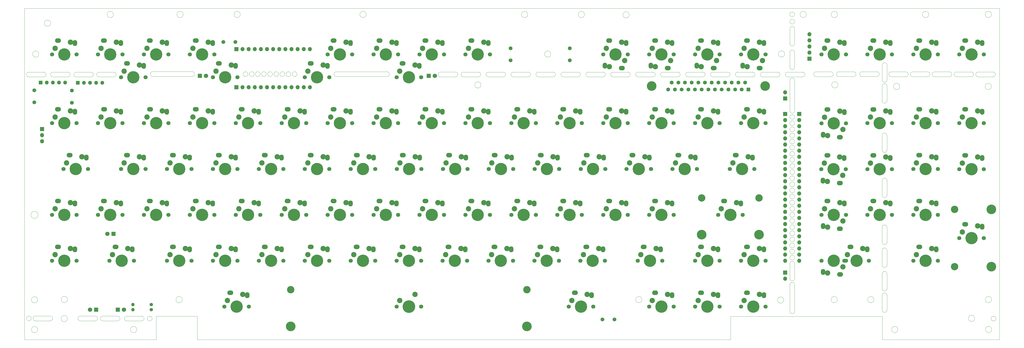
<source format=gbr>
G04 #@! TF.GenerationSoftware,KiCad,Pcbnew,7.0.6*
G04 #@! TF.CreationDate,2023-09-01T19:36:20-04:00*
G04 #@! TF.ProjectId,C128SX-mx,43313238-5358-42d6-9d78-2e6b69636164,1.0*
G04 #@! TF.SameCoordinates,Original*
G04 #@! TF.FileFunction,Soldermask,Top*
G04 #@! TF.FilePolarity,Negative*
%FSLAX46Y46*%
G04 Gerber Fmt 4.6, Leading zero omitted, Abs format (unit mm)*
G04 Created by KiCad (PCBNEW 7.0.6) date 2023-09-01 19:36:20*
%MOMM*%
%LPD*%
G01*
G04 APERTURE LIST*
%ADD10C,1.700000*%
%ADD11C,5.100000*%
%ADD12C,2.200000*%
%ADD13O,1.900000X2.450000*%
%ADD14O,2.450000X1.900000*%
%ADD15R,1.800000X1.800000*%
%ADD16C,1.800000*%
%ADD17C,3.050000*%
%ADD18C,4.000000*%
%ADD19C,5.250000*%
%ADD20C,1.400000*%
%ADD21O,1.400000X1.400000*%
%ADD22R,1.700000X1.700000*%
%ADD23O,1.700000X1.700000*%
%ADD24R,1.600000X1.600000*%
%ADD25O,1.600000X1.600000*%
%ADD26C,1.600000*%
G04 #@! TA.AperFunction,Profile*
%ADD27C,0.050000*%
G04 #@! TD*
G04 APERTURE END LIST*
D10*
X29530000Y-98230000D03*
D11*
X34610000Y-98230000D03*
D10*
X39690000Y-98230000D03*
D12*
X37150000Y-93150000D03*
D13*
X39010000Y-93530000D03*
D12*
X30800000Y-95690000D03*
D14*
X32010000Y-92480000D03*
D10*
X29530000Y-117280000D03*
D11*
X34610000Y-117280000D03*
D10*
X39690000Y-117280000D03*
D12*
X37150000Y-112200000D03*
D13*
X39010000Y-112580000D03*
D12*
X30800000Y-114740000D03*
D14*
X32010000Y-111530000D03*
D10*
X34292500Y-79180000D03*
D11*
X39372500Y-79180000D03*
D10*
X44452500Y-79180000D03*
D12*
X41912500Y-74100000D03*
D13*
X43772500Y-74480000D03*
D12*
X35562500Y-76640000D03*
D14*
X36772500Y-73430000D03*
D15*
X47823000Y-137600000D03*
D16*
X45283000Y-137600000D03*
D10*
X53342500Y-117280000D03*
D11*
X58422500Y-117280000D03*
D10*
X63502500Y-117280000D03*
D12*
X60962500Y-112200000D03*
D13*
X62822500Y-112580000D03*
D12*
X54612500Y-114740000D03*
D14*
X55822500Y-111530000D03*
D10*
X277141900Y-60130000D03*
D11*
X282221900Y-60130000D03*
D10*
X287301900Y-60130000D03*
D12*
X284761900Y-55050000D03*
D13*
X286621900Y-55430000D03*
D12*
X278411900Y-57590000D03*
D14*
X279621900Y-54380000D03*
D17*
X298935000Y-91230000D03*
D18*
X298935000Y-106470000D03*
D10*
X305755000Y-98230000D03*
D11*
X310835000Y-98230000D03*
D10*
X315915000Y-98230000D03*
D17*
X322735000Y-91230000D03*
D18*
X322735000Y-106470000D03*
D12*
X313375000Y-93150000D03*
D13*
X315235000Y-93530000D03*
D12*
X307025000Y-95690000D03*
D14*
X308235000Y-92480000D03*
D10*
X181930000Y-60130000D03*
D11*
X187010000Y-60130000D03*
D10*
X192090000Y-60130000D03*
D12*
X189550000Y-55050000D03*
D13*
X191410000Y-55430000D03*
D12*
X183200000Y-57590000D03*
D14*
X184410000Y-54380000D03*
D10*
X162880000Y-60130000D03*
D11*
X167960000Y-60130000D03*
D10*
X173040000Y-60130000D03*
D12*
X170500000Y-55050000D03*
D13*
X172360000Y-55430000D03*
D12*
X164150000Y-57590000D03*
D14*
X165360000Y-54380000D03*
D10*
X200980000Y-60130000D03*
D11*
X206060000Y-60130000D03*
D10*
X211140000Y-60130000D03*
D12*
X208600000Y-55050000D03*
D13*
X210460000Y-55430000D03*
D12*
X202250000Y-57590000D03*
D14*
X203460000Y-54380000D03*
D10*
X124792700Y-60130000D03*
D11*
X129872700Y-60130000D03*
D10*
X134952700Y-60130000D03*
D12*
X132412700Y-55050000D03*
D13*
X134272700Y-55430000D03*
D12*
X126062700Y-57590000D03*
D14*
X127272700Y-54380000D03*
D10*
X86680000Y-60130000D03*
D11*
X91760000Y-60130000D03*
D10*
X96840000Y-60130000D03*
D12*
X94300000Y-55050000D03*
D13*
X96160000Y-55430000D03*
D12*
X87950000Y-57590000D03*
D14*
X89160000Y-54380000D03*
D10*
X58105000Y-79180000D03*
D11*
X63185000Y-79180000D03*
D10*
X68265000Y-79180000D03*
D12*
X65725000Y-74100000D03*
D13*
X67585000Y-74480000D03*
D12*
X59375000Y-76640000D03*
D14*
X60585000Y-73430000D03*
D10*
X105730000Y-60130000D03*
D11*
X110810000Y-60130000D03*
D10*
X115890000Y-60130000D03*
D12*
X113350000Y-55050000D03*
D13*
X115210000Y-55430000D03*
D12*
X107000000Y-57590000D03*
D14*
X108210000Y-54380000D03*
D10*
X220030000Y-60130000D03*
D11*
X225110000Y-60130000D03*
D10*
X230190000Y-60130000D03*
D12*
X227650000Y-55050000D03*
D13*
X229510000Y-55430000D03*
D12*
X221300000Y-57590000D03*
D14*
X222510000Y-54380000D03*
D10*
X48605400Y-60130000D03*
D11*
X53685400Y-60130000D03*
D10*
X58765400Y-60130000D03*
D12*
X56225400Y-55050000D03*
D13*
X58085400Y-55430000D03*
D12*
X49875400Y-57590000D03*
D14*
X51085400Y-54380000D03*
D10*
X296230000Y-117280000D03*
D11*
X301310000Y-117280000D03*
D10*
X306390000Y-117280000D03*
D12*
X303850000Y-112200000D03*
D13*
X305710000Y-112580000D03*
D12*
X297500000Y-114740000D03*
D14*
X298710000Y-111530000D03*
D10*
X67655400Y-60130000D03*
D11*
X72735400Y-60130000D03*
D10*
X77815400Y-60130000D03*
D12*
X75275400Y-55050000D03*
D13*
X77135400Y-55430000D03*
D12*
X68925400Y-57590000D03*
D14*
X70135400Y-54380000D03*
D10*
X191455000Y-117280000D03*
D11*
X196535000Y-117280000D03*
D10*
X201615000Y-117280000D03*
D12*
X199075000Y-112200000D03*
D13*
X200935000Y-112580000D03*
D12*
X192725000Y-114740000D03*
D14*
X193935000Y-111530000D03*
D10*
X77155000Y-79180000D03*
D11*
X82235000Y-79180000D03*
D10*
X87315000Y-79180000D03*
D12*
X84775000Y-74100000D03*
D13*
X86635000Y-74480000D03*
D12*
X78425000Y-76640000D03*
D14*
X79635000Y-73430000D03*
D10*
X124780000Y-98230000D03*
D11*
X129860000Y-98230000D03*
D10*
X134940000Y-98230000D03*
D12*
X132400000Y-93150000D03*
D13*
X134260000Y-93530000D03*
D12*
X126050000Y-95690000D03*
D14*
X127260000Y-92480000D03*
D10*
X134305000Y-79180000D03*
D11*
X139385000Y-79180000D03*
D10*
X144465000Y-79180000D03*
D12*
X141925000Y-74100000D03*
D13*
X143785000Y-74480000D03*
D12*
X135575000Y-76640000D03*
D14*
X136785000Y-73430000D03*
D10*
X143830000Y-98230000D03*
D11*
X148910000Y-98230000D03*
D10*
X153990000Y-98230000D03*
D12*
X151450000Y-93150000D03*
D13*
X153310000Y-93530000D03*
D12*
X145100000Y-95690000D03*
D14*
X146310000Y-92480000D03*
D10*
X277141900Y-98230000D03*
D11*
X282221900Y-98230000D03*
D10*
X287301900Y-98230000D03*
D12*
X284761900Y-93150000D03*
D13*
X286621900Y-93530000D03*
D12*
X278411900Y-95690000D03*
D14*
X279621900Y-92480000D03*
D10*
X296230000Y-60130000D03*
D11*
X301310000Y-60130000D03*
D10*
X306390000Y-60130000D03*
D12*
X303850000Y-55050000D03*
D13*
X305710000Y-55430000D03*
D12*
X297500000Y-57590000D03*
D14*
X298710000Y-54380000D03*
D10*
X210505000Y-117280000D03*
D11*
X215585000Y-117280000D03*
D10*
X220665000Y-117280000D03*
D12*
X218125000Y-112200000D03*
D13*
X219985000Y-112580000D03*
D12*
X211775000Y-114740000D03*
D14*
X212985000Y-111530000D03*
D10*
X162867300Y-98230000D03*
D11*
X167947300Y-98230000D03*
D10*
X173027300Y-98230000D03*
D12*
X170487300Y-93150000D03*
D13*
X172347300Y-93530000D03*
D12*
X164137300Y-95690000D03*
D14*
X165347300Y-92480000D03*
D10*
X239080000Y-98230000D03*
D11*
X244160000Y-98230000D03*
D10*
X249240000Y-98230000D03*
D12*
X246700000Y-93150000D03*
D13*
X248560000Y-93530000D03*
D12*
X240350000Y-95690000D03*
D14*
X241560000Y-92480000D03*
D10*
X248782800Y-79180000D03*
D11*
X253862800Y-79180000D03*
D10*
X258942800Y-79180000D03*
D12*
X256402800Y-74100000D03*
D13*
X258262800Y-74480000D03*
D12*
X250052800Y-76640000D03*
D14*
X251262800Y-73430000D03*
D10*
X77155000Y-117280000D03*
D11*
X82235000Y-117280000D03*
D10*
X87315000Y-117280000D03*
D12*
X84775000Y-112200000D03*
D13*
X86635000Y-112580000D03*
D12*
X78425000Y-114740000D03*
D14*
X79635000Y-111530000D03*
D10*
X58105000Y-41080000D03*
D11*
X63185000Y-41080000D03*
D10*
X68265000Y-41080000D03*
D12*
X65725000Y-36000000D03*
D13*
X67585000Y-36380000D03*
D12*
X59375000Y-38540000D03*
D14*
X60585000Y-35330000D03*
D10*
X172405000Y-41080000D03*
D11*
X177485000Y-41080000D03*
D10*
X182565000Y-41080000D03*
D12*
X180025000Y-36000000D03*
D13*
X181885000Y-36380000D03*
D12*
X173675000Y-38540000D03*
D14*
X174885000Y-35330000D03*
D10*
X134305000Y-41080000D03*
D11*
X139385000Y-41080000D03*
D10*
X144465000Y-41080000D03*
D12*
X141925000Y-36000000D03*
D13*
X143785000Y-36380000D03*
D12*
X135575000Y-38540000D03*
D14*
X136785000Y-35330000D03*
D10*
X96205000Y-41080000D03*
D11*
X101285000Y-41080000D03*
D10*
X106365000Y-41080000D03*
D12*
X103825000Y-36000000D03*
D13*
X105685000Y-36380000D03*
D12*
X97475000Y-38540000D03*
D14*
X98685000Y-35330000D03*
D10*
X258130000Y-98230000D03*
D11*
X263210000Y-98230000D03*
D10*
X268290000Y-98230000D03*
D12*
X265750000Y-93150000D03*
D13*
X267610000Y-93530000D03*
D12*
X259400000Y-95690000D03*
D14*
X260610000Y-92480000D03*
D10*
X315280000Y-60130000D03*
D11*
X320360000Y-60130000D03*
D10*
X325440000Y-60130000D03*
D12*
X322900000Y-55050000D03*
D13*
X324760000Y-55430000D03*
D12*
X316550000Y-57590000D03*
D14*
X317760000Y-54380000D03*
D10*
X143830000Y-60130000D03*
D11*
X148910000Y-60130000D03*
D10*
X153990000Y-60130000D03*
D12*
X151450000Y-55050000D03*
D13*
X153310000Y-55430000D03*
D12*
X145100000Y-57590000D03*
D14*
X146310000Y-54380000D03*
D10*
X191683600Y-79180000D03*
D11*
X196763600Y-79180000D03*
D10*
X201843600Y-79180000D03*
D12*
X199303600Y-74100000D03*
D13*
X201163600Y-74480000D03*
D12*
X192953600Y-76640000D03*
D14*
X194163600Y-73430000D03*
D10*
X105730000Y-98230000D03*
D11*
X110810000Y-98230000D03*
D10*
X115890000Y-98230000D03*
D12*
X113350000Y-93150000D03*
D13*
X115210000Y-93530000D03*
D12*
X107000000Y-95690000D03*
D14*
X108210000Y-92480000D03*
D10*
X229720100Y-79180000D03*
D11*
X234800100Y-79180000D03*
D10*
X239880100Y-79180000D03*
D12*
X237340100Y-74100000D03*
D13*
X239200100Y-74480000D03*
D12*
X230990100Y-76640000D03*
D14*
X232200100Y-73430000D03*
D10*
X220030000Y-98230000D03*
D11*
X225110000Y-98230000D03*
D10*
X230190000Y-98230000D03*
D12*
X227650000Y-93150000D03*
D13*
X229510000Y-93530000D03*
D12*
X221300000Y-95690000D03*
D14*
X222510000Y-92480000D03*
D10*
X153418500Y-79180000D03*
D11*
X158498500Y-79180000D03*
D10*
X163578500Y-79180000D03*
D12*
X161038500Y-74100000D03*
D13*
X162898500Y-74480000D03*
D12*
X154688500Y-76640000D03*
D14*
X155898500Y-73430000D03*
D10*
X210644700Y-79180000D03*
D11*
X215724700Y-79180000D03*
D10*
X220804700Y-79180000D03*
D12*
X218264700Y-74100000D03*
D13*
X220124700Y-74480000D03*
D12*
X211914700Y-76640000D03*
D14*
X213124700Y-73430000D03*
D10*
X258117300Y-60130000D03*
D11*
X263197300Y-60130000D03*
D10*
X268277300Y-60130000D03*
D12*
X265737300Y-55050000D03*
D13*
X267597300Y-55430000D03*
D12*
X259387300Y-57590000D03*
D14*
X260597300Y-54380000D03*
D10*
X172493900Y-79180000D03*
D11*
X177573900Y-79180000D03*
D10*
X182653900Y-79180000D03*
D12*
X180113900Y-74100000D03*
D13*
X181973900Y-74480000D03*
D12*
X173763900Y-76640000D03*
D14*
X174973900Y-73430000D03*
D10*
X67630000Y-98230000D03*
D11*
X72710000Y-98230000D03*
D10*
X77790000Y-98230000D03*
D12*
X75250000Y-93150000D03*
D13*
X77110000Y-93530000D03*
D12*
X68900000Y-95690000D03*
D14*
X70110000Y-92480000D03*
D10*
X115255000Y-79180000D03*
D11*
X120335000Y-79180000D03*
D10*
X125415000Y-79180000D03*
D12*
X122875000Y-74100000D03*
D13*
X124735000Y-74480000D03*
D12*
X116525000Y-76640000D03*
D14*
X117735000Y-73430000D03*
D10*
X96205000Y-79180000D03*
D11*
X101285000Y-79180000D03*
D10*
X106365000Y-79180000D03*
D12*
X103825000Y-74100000D03*
D13*
X105685000Y-74480000D03*
D12*
X97475000Y-76640000D03*
D14*
X98685000Y-73430000D03*
D10*
X200967300Y-98230000D03*
D11*
X206047300Y-98230000D03*
D10*
X211127300Y-98230000D03*
D12*
X208587300Y-93150000D03*
D13*
X210447300Y-93530000D03*
D12*
X202237300Y-95690000D03*
D14*
X203447300Y-92480000D03*
D10*
X181917300Y-98230000D03*
D11*
X186997300Y-98230000D03*
D10*
X192077300Y-98230000D03*
D12*
X189537300Y-93150000D03*
D13*
X191397300Y-93530000D03*
D12*
X183187300Y-95690000D03*
D14*
X184397300Y-92480000D03*
D10*
X239080000Y-60130000D03*
D11*
X244160000Y-60130000D03*
D10*
X249240000Y-60130000D03*
D12*
X246700000Y-55050000D03*
D13*
X248560000Y-55430000D03*
D12*
X240350000Y-57590000D03*
D14*
X241560000Y-54380000D03*
D10*
X115255000Y-117280000D03*
D11*
X120335000Y-117280000D03*
D10*
X125415000Y-117280000D03*
D12*
X122875000Y-112200000D03*
D13*
X124735000Y-112580000D03*
D12*
X116525000Y-114740000D03*
D14*
X117735000Y-111530000D03*
D10*
X96205000Y-117280000D03*
D11*
X101285000Y-117280000D03*
D10*
X106365000Y-117280000D03*
D12*
X103825000Y-112200000D03*
D13*
X105685000Y-112580000D03*
D12*
X97475000Y-114740000D03*
D14*
X98685000Y-111530000D03*
D10*
X229555000Y-117280000D03*
D11*
X234635000Y-117280000D03*
D10*
X239715000Y-117280000D03*
D12*
X237175000Y-112200000D03*
D13*
X239035000Y-112580000D03*
D12*
X230825000Y-114740000D03*
D14*
X232035000Y-111530000D03*
D10*
X172405000Y-117280000D03*
D11*
X177485000Y-117280000D03*
D10*
X182565000Y-117280000D03*
D12*
X180025000Y-112200000D03*
D13*
X181885000Y-112580000D03*
D12*
X173675000Y-114740000D03*
D14*
X174885000Y-111530000D03*
D10*
X86680000Y-98230000D03*
D11*
X91760000Y-98230000D03*
D10*
X96840000Y-98230000D03*
D12*
X94300000Y-93150000D03*
D13*
X96160000Y-93530000D03*
D12*
X87950000Y-95690000D03*
D14*
X89160000Y-92480000D03*
D10*
X248605000Y-117280000D03*
D11*
X253685000Y-117280000D03*
D10*
X258765000Y-117280000D03*
D12*
X256225000Y-112200000D03*
D13*
X258085000Y-112580000D03*
D12*
X249875000Y-114740000D03*
D14*
X251085000Y-111530000D03*
D10*
X134305000Y-117280000D03*
D11*
X139385000Y-117280000D03*
D10*
X144465000Y-117280000D03*
D12*
X141925000Y-112200000D03*
D13*
X143785000Y-112580000D03*
D12*
X135575000Y-114740000D03*
D14*
X136785000Y-111530000D03*
D10*
X153355000Y-117280000D03*
D11*
X158435000Y-117280000D03*
D10*
X163515000Y-117280000D03*
D12*
X160975000Y-112200000D03*
D13*
X162835000Y-112580000D03*
D12*
X154625000Y-114740000D03*
D14*
X155835000Y-111530000D03*
D10*
X267743900Y-79180000D03*
D11*
X272823900Y-79180000D03*
D10*
X277903900Y-79180000D03*
D12*
X275363900Y-74100000D03*
D13*
X277223900Y-74480000D03*
D12*
X269013900Y-76640000D03*
D14*
X270223900Y-73430000D03*
D10*
X296242700Y-136330000D03*
D11*
X301322700Y-136330000D03*
D10*
X306402700Y-136330000D03*
D12*
X303862700Y-131250000D03*
D13*
X305722700Y-131630000D03*
D12*
X297512700Y-133790000D03*
D14*
X298722700Y-130580000D03*
D10*
X315241900Y-136330000D03*
D11*
X320321900Y-136330000D03*
D10*
X325401900Y-136330000D03*
D12*
X322861900Y-131250000D03*
D13*
X324721900Y-131630000D03*
D12*
X316511900Y-133790000D03*
D14*
X317721900Y-130580000D03*
D10*
X272417500Y-117280000D03*
D11*
X277497500Y-117280000D03*
D10*
X282577500Y-117280000D03*
D12*
X280037500Y-112200000D03*
D13*
X281897500Y-112580000D03*
D12*
X273687500Y-114740000D03*
D14*
X274897500Y-111530000D03*
D10*
X277180000Y-136330000D03*
D11*
X282260000Y-136330000D03*
D10*
X287340000Y-136330000D03*
D12*
X284800000Y-131250000D03*
D13*
X286660000Y-131630000D03*
D12*
X278450000Y-133790000D03*
D14*
X279660000Y-130580000D03*
D15*
X56775000Y-137625000D03*
D16*
X59315000Y-137625000D03*
D17*
X128485000Y-129330000D03*
D18*
X128485000Y-144570000D03*
D10*
X172405000Y-136330000D03*
D19*
X177485000Y-136330000D03*
D10*
X182565000Y-136330000D03*
D17*
X226485000Y-129330000D03*
D18*
X226485000Y-144570000D03*
D12*
X180025000Y-131250000D03*
X173675000Y-133790000D03*
D10*
X348617500Y-60223300D03*
D11*
X353697500Y-60223300D03*
D10*
X358777500Y-60223300D03*
D12*
X356237500Y-55143300D03*
D13*
X358097500Y-55523300D03*
D12*
X349887500Y-57683300D03*
D14*
X351097500Y-54473300D03*
D10*
X181930000Y-31555000D03*
D11*
X187010000Y-31555000D03*
D10*
X192090000Y-31555000D03*
D12*
X189550000Y-26475000D03*
D13*
X191410000Y-26855000D03*
D12*
X183200000Y-29015000D03*
D14*
X184410000Y-25805000D03*
D10*
X48580000Y-98230000D03*
D11*
X53660000Y-98230000D03*
D10*
X58740000Y-98230000D03*
D12*
X56200000Y-93150000D03*
D13*
X58060000Y-93530000D03*
D12*
X49850000Y-95690000D03*
D14*
X51060000Y-92480000D03*
D10*
X358777500Y-98200000D03*
D11*
X353697500Y-98200000D03*
D10*
X348617500Y-98200000D03*
D12*
X351157500Y-103280000D03*
D13*
X349297500Y-102900000D03*
D12*
X357507500Y-100740000D03*
D14*
X356297500Y-103950000D03*
D10*
X268290000Y-31555000D03*
D11*
X263210000Y-31555000D03*
D10*
X258130000Y-31555000D03*
D12*
X260670000Y-36635000D03*
D13*
X258810000Y-36255000D03*
D12*
X267020000Y-34095000D03*
D14*
X265810000Y-37305000D03*
D10*
X29530000Y-60130000D03*
D11*
X34610000Y-60130000D03*
D10*
X39690000Y-60130000D03*
D12*
X37150000Y-55050000D03*
D13*
X39010000Y-55430000D03*
D12*
X30800000Y-57590000D03*
D14*
X32010000Y-54380000D03*
D10*
X367667500Y-60170000D03*
D11*
X372747500Y-60170000D03*
D10*
X377827500Y-60170000D03*
D12*
X375287500Y-55090000D03*
D13*
X377147500Y-55470000D03*
D12*
X368937500Y-57630000D03*
D14*
X370147500Y-54420000D03*
D10*
X86680000Y-31555000D03*
D11*
X91760000Y-31555000D03*
D10*
X96840000Y-31555000D03*
D12*
X94300000Y-26475000D03*
D13*
X96160000Y-26855000D03*
D12*
X87950000Y-29015000D03*
D14*
X89160000Y-25805000D03*
D15*
X54975000Y-106100000D03*
D16*
X52435000Y-106100000D03*
D10*
X306390000Y-31555000D03*
D11*
X301310000Y-31555000D03*
D10*
X296230000Y-31555000D03*
D12*
X298770000Y-36635000D03*
D13*
X296910000Y-36255000D03*
D12*
X305120000Y-34095000D03*
D14*
X303910000Y-37305000D03*
D15*
X185775000Y-40500000D03*
D16*
X188315000Y-40500000D03*
D10*
X348617500Y-98200000D03*
D11*
X353697500Y-98200000D03*
D10*
X358777500Y-98200000D03*
D12*
X356237500Y-93120000D03*
D13*
X358097500Y-93500000D03*
D12*
X349887500Y-95660000D03*
D14*
X351097500Y-92450000D03*
D10*
X358750500Y-79273300D03*
D11*
X353670500Y-79273300D03*
D10*
X348590500Y-79273300D03*
D12*
X351130500Y-84353300D03*
D13*
X349270500Y-83973300D03*
D12*
X357480500Y-81813300D03*
D14*
X356270500Y-85023300D03*
D10*
X287340000Y-31555000D03*
D11*
X282260000Y-31555000D03*
D10*
X277180000Y-31555000D03*
D12*
X279720000Y-36635000D03*
D13*
X277860000Y-36255000D03*
D12*
X286070000Y-34095000D03*
D14*
X284860000Y-37305000D03*
D10*
X367667500Y-98200000D03*
D11*
X372747500Y-98200000D03*
D10*
X377827500Y-98200000D03*
D12*
X375287500Y-93120000D03*
D13*
X377147500Y-93500000D03*
D12*
X368937500Y-95660000D03*
D14*
X370147500Y-92450000D03*
D10*
X143830000Y-31555000D03*
D11*
X148910000Y-31555000D03*
D10*
X153990000Y-31555000D03*
D12*
X151450000Y-26475000D03*
D13*
X153310000Y-26855000D03*
D12*
X145100000Y-29015000D03*
D14*
X146310000Y-25805000D03*
D10*
X386717500Y-60130000D03*
D11*
X391797500Y-60130000D03*
D10*
X396877500Y-60130000D03*
D12*
X394337500Y-55050000D03*
D13*
X396197500Y-55430000D03*
D12*
X387987500Y-57590000D03*
D14*
X389197500Y-54380000D03*
D10*
X405767500Y-31555000D03*
D11*
X410847500Y-31555000D03*
D10*
X415927500Y-31555000D03*
D12*
X413387500Y-26475000D03*
D13*
X415247500Y-26855000D03*
D12*
X407037500Y-29015000D03*
D14*
X408247500Y-25805000D03*
D10*
X100967500Y-136330000D03*
D11*
X106047500Y-136330000D03*
D10*
X111127500Y-136330000D03*
D12*
X108587500Y-131250000D03*
D13*
X110447500Y-131630000D03*
D12*
X102237500Y-133790000D03*
D14*
X103447500Y-130580000D03*
D10*
X315280000Y-31555000D03*
D11*
X320360000Y-31555000D03*
D10*
X325440000Y-31555000D03*
D12*
X322900000Y-26475000D03*
D13*
X324760000Y-26855000D03*
D12*
X316550000Y-29015000D03*
D14*
X317760000Y-25805000D03*
D10*
X315280000Y-117280000D03*
D11*
X320360000Y-117280000D03*
D10*
X325440000Y-117280000D03*
D12*
X322900000Y-112200000D03*
D13*
X324760000Y-112580000D03*
D12*
X316550000Y-114740000D03*
D14*
X317760000Y-111530000D03*
D10*
X386717500Y-117270000D03*
D11*
X391797500Y-117270000D03*
D10*
X396877500Y-117270000D03*
D12*
X394337500Y-112190000D03*
D13*
X396197500Y-112570000D03*
D12*
X387987500Y-114730000D03*
D14*
X389197500Y-111520000D03*
D10*
X286793900Y-79180000D03*
D11*
X291873900Y-79180000D03*
D10*
X296953900Y-79180000D03*
D12*
X294413900Y-74100000D03*
D13*
X296273900Y-74480000D03*
D12*
X288063900Y-76640000D03*
D14*
X289273900Y-73430000D03*
D10*
X162880000Y-31555000D03*
D11*
X167960000Y-31555000D03*
D10*
X173040000Y-31555000D03*
D12*
X170500000Y-26475000D03*
D13*
X172360000Y-26855000D03*
D12*
X164150000Y-29015000D03*
D14*
X165360000Y-25805000D03*
D10*
X296230000Y-31555000D03*
D11*
X301310000Y-31555000D03*
D10*
X306390000Y-31555000D03*
D12*
X303850000Y-26475000D03*
D13*
X305710000Y-26855000D03*
D12*
X297500000Y-29015000D03*
D14*
X298710000Y-25805000D03*
D10*
X310581000Y-79180000D03*
D11*
X315661000Y-79180000D03*
D10*
X320741000Y-79180000D03*
D12*
X318201000Y-74100000D03*
D13*
X320061000Y-74480000D03*
D12*
X311851000Y-76640000D03*
D14*
X313061000Y-73430000D03*
D10*
X277180000Y-31555000D03*
D11*
X282260000Y-31555000D03*
D10*
X287340000Y-31555000D03*
D12*
X284800000Y-26475000D03*
D13*
X286660000Y-26855000D03*
D12*
X278450000Y-29015000D03*
D14*
X279660000Y-25805000D03*
D10*
X386717500Y-79180000D03*
D11*
X391797500Y-79180000D03*
D10*
X396877500Y-79180000D03*
D12*
X394337500Y-74100000D03*
D13*
X396197500Y-74480000D03*
D12*
X387987500Y-76640000D03*
D14*
X389197500Y-73430000D03*
D10*
X258130000Y-31555000D03*
D11*
X263210000Y-31555000D03*
D10*
X268290000Y-31555000D03*
D12*
X265750000Y-26475000D03*
D13*
X267610000Y-26855000D03*
D12*
X259400000Y-29015000D03*
D14*
X260610000Y-25805000D03*
D10*
X348617500Y-31555000D03*
D11*
X353697500Y-31555000D03*
D10*
X358777500Y-31555000D03*
D12*
X356237500Y-26475000D03*
D13*
X358097500Y-26855000D03*
D12*
X349887500Y-29015000D03*
D14*
X351097500Y-25805000D03*
D10*
X48580000Y-31555000D03*
D11*
X53660000Y-31555000D03*
D10*
X58740000Y-31555000D03*
D12*
X56200000Y-26475000D03*
D13*
X58060000Y-26855000D03*
D12*
X49850000Y-29015000D03*
D14*
X51060000Y-25805000D03*
D10*
X348590500Y-79273300D03*
D11*
X353670500Y-79273300D03*
D10*
X358750500Y-79273300D03*
D12*
X356210500Y-74193300D03*
D13*
X358070500Y-74573300D03*
D12*
X349860500Y-76733300D03*
D14*
X351070500Y-73523300D03*
D10*
X367667500Y-31555000D03*
D11*
X372747500Y-31555000D03*
D10*
X377827500Y-31555000D03*
D12*
X375287500Y-26475000D03*
D13*
X377147500Y-26855000D03*
D12*
X368937500Y-29015000D03*
D14*
X370147500Y-25805000D03*
D10*
X325440000Y-31555000D03*
D11*
X320360000Y-31555000D03*
D10*
X315280000Y-31555000D03*
D12*
X317820000Y-36635000D03*
D13*
X315960000Y-36255000D03*
D12*
X324170000Y-34095000D03*
D14*
X322960000Y-37305000D03*
D10*
X358779900Y-117244200D03*
D11*
X353699900Y-117244200D03*
D10*
X348619900Y-117244200D03*
D12*
X351159900Y-122324200D03*
D13*
X349299900Y-121944200D03*
D12*
X357509900Y-119784200D03*
D14*
X356299900Y-122994200D03*
D10*
X367667500Y-79273300D03*
D11*
X372747500Y-79273300D03*
D10*
X377827500Y-79273300D03*
D12*
X375287500Y-74193300D03*
D13*
X377147500Y-74573300D03*
D12*
X368937500Y-76733300D03*
D14*
X370147500Y-73523300D03*
D10*
X29530000Y-31555000D03*
D11*
X34610000Y-31555000D03*
D10*
X39690000Y-31555000D03*
D12*
X37150000Y-26475000D03*
D13*
X39010000Y-26855000D03*
D12*
X30800000Y-29015000D03*
D14*
X32010000Y-25805000D03*
D10*
X386717500Y-98210000D03*
D11*
X391797500Y-98210000D03*
D10*
X396877500Y-98210000D03*
D12*
X394337500Y-93130000D03*
D13*
X396197500Y-93510000D03*
D12*
X387987500Y-95670000D03*
D14*
X389197500Y-92460000D03*
D10*
X67630000Y-31555000D03*
D11*
X72710000Y-31555000D03*
D10*
X77790000Y-31555000D03*
D12*
X75250000Y-26475000D03*
D13*
X77110000Y-26855000D03*
D12*
X68900000Y-29015000D03*
D14*
X70110000Y-25805000D03*
D10*
X358142500Y-117244900D03*
D11*
X363222500Y-117244900D03*
D10*
X368302500Y-117244900D03*
D12*
X365762500Y-112164900D03*
D13*
X367622500Y-112544900D03*
D12*
X359412500Y-114704900D03*
D14*
X360622500Y-111494900D03*
D10*
X200980000Y-31555000D03*
D11*
X206060000Y-31555000D03*
D10*
X211140000Y-31555000D03*
D12*
X208600000Y-26475000D03*
D13*
X210460000Y-26855000D03*
D12*
X202250000Y-29015000D03*
D14*
X203460000Y-25805000D03*
D10*
X358777500Y-60223300D03*
D11*
X353697500Y-60223300D03*
D10*
X348617500Y-60223300D03*
D12*
X351157500Y-65303300D03*
D13*
X349297500Y-64923300D03*
D12*
X357507500Y-62763300D03*
D14*
X356297500Y-65973300D03*
D10*
X243842500Y-136330000D03*
D11*
X248922500Y-136330000D03*
D10*
X254002500Y-136330000D03*
D12*
X251462500Y-131250000D03*
D13*
X253322500Y-131630000D03*
D12*
X245112500Y-133790000D03*
D14*
X246322500Y-130580000D03*
D17*
X403847500Y-95948300D03*
X403847500Y-119748300D03*
D10*
X405767500Y-107848300D03*
D11*
X410847500Y-107848300D03*
D10*
X415927500Y-107848300D03*
D18*
X419087500Y-95948300D03*
X419087500Y-119748300D03*
D12*
X413387500Y-102768300D03*
D13*
X415247500Y-103148300D03*
D12*
X407037500Y-105308300D03*
D14*
X408247500Y-102098300D03*
D10*
X405767500Y-60130000D03*
D11*
X410847500Y-60130000D03*
D10*
X415927500Y-60130000D03*
D12*
X413387500Y-55050000D03*
D13*
X415247500Y-55430000D03*
D12*
X407037500Y-57590000D03*
D14*
X408247500Y-54380000D03*
D15*
X90810000Y-40450000D03*
D16*
X93350000Y-40450000D03*
D10*
X405767500Y-79273300D03*
D11*
X410847500Y-79273300D03*
D10*
X415927500Y-79273300D03*
D12*
X413387500Y-74193300D03*
D13*
X415247500Y-74573300D03*
D12*
X407037500Y-76733300D03*
D14*
X408247500Y-73523300D03*
D10*
X386717500Y-31555000D03*
D11*
X391797500Y-31555000D03*
D10*
X396877500Y-31555000D03*
D12*
X394337500Y-26475000D03*
D13*
X396197500Y-26855000D03*
D12*
X387987500Y-29015000D03*
D14*
X389197500Y-25805000D03*
D20*
X70650000Y-135450000D03*
D21*
X63030000Y-135450000D03*
D22*
X333550000Y-49925000D03*
D23*
X333550000Y-47385000D03*
D22*
X105974900Y-29419200D03*
D23*
X108514900Y-29419200D03*
X111054900Y-29419200D03*
X113594900Y-29419200D03*
X116134900Y-29419200D03*
X118674900Y-29419200D03*
X121214900Y-29419200D03*
X123754900Y-29419200D03*
X126294900Y-29419200D03*
X128834900Y-29419200D03*
X131374900Y-29419200D03*
X133914900Y-29419200D03*
X136454900Y-29419200D03*
D22*
X105959901Y-45194200D03*
D23*
X108499901Y-45194200D03*
X111039901Y-45194200D03*
X113579901Y-45194200D03*
X116119901Y-45194200D03*
X118659901Y-45194200D03*
X121199901Y-45194200D03*
X123739901Y-45194200D03*
X126279901Y-45194200D03*
X128819901Y-45194200D03*
X131359901Y-45194200D03*
X133899901Y-45194200D03*
X136439901Y-45194200D03*
D24*
X24810000Y-43300000D03*
D25*
X27350000Y-43300000D03*
X29890000Y-43300000D03*
X32430000Y-43300000D03*
X34970000Y-43300000D03*
D22*
X333575000Y-122200000D03*
D23*
X333575000Y-124740000D03*
D22*
X339375000Y-56325000D03*
D23*
X339375000Y-58865000D03*
X339375000Y-61405000D03*
X339375000Y-63945000D03*
X339375000Y-66485000D03*
X339375000Y-69025000D03*
X339375000Y-71565000D03*
X339375000Y-74105000D03*
X339375000Y-76645000D03*
X339375000Y-79185000D03*
X339375000Y-81725000D03*
X339375000Y-84265000D03*
X339375000Y-86805000D03*
X339375000Y-89345000D03*
X339375000Y-91885000D03*
X339375000Y-94425000D03*
X339375000Y-96965000D03*
X339375000Y-99505000D03*
X339375000Y-102045000D03*
X339375000Y-104585000D03*
X339375000Y-107125000D03*
X339375000Y-109665000D03*
X339375000Y-112205000D03*
X339375000Y-114745000D03*
X339375000Y-117285000D03*
D26*
X22145000Y-46475000D03*
X22145000Y-51475000D03*
D22*
X343649900Y-33394200D03*
D23*
X343649900Y-30854200D03*
X343649900Y-28314200D03*
X343649900Y-25774200D03*
X343649900Y-23234200D03*
D26*
X219699900Y-29094200D03*
X219699900Y-34094200D03*
D24*
X40185000Y-43325000D03*
D25*
X42725000Y-43325000D03*
X45265000Y-43325000D03*
X47805000Y-43325000D03*
X50345000Y-43325000D03*
D22*
X333550000Y-56300000D03*
D23*
X333550000Y-58840000D03*
X333550000Y-61380000D03*
X333550000Y-63920000D03*
X333550000Y-66460000D03*
X333550000Y-69000000D03*
X333550000Y-71540000D03*
X333550000Y-74080000D03*
X333550000Y-76620000D03*
X333550000Y-79160000D03*
X333550000Y-81700000D03*
X333550000Y-84240000D03*
X333550000Y-86780000D03*
X333550000Y-89320000D03*
X333550000Y-91860000D03*
X333550000Y-94400000D03*
X333550000Y-96940000D03*
X333550000Y-99480000D03*
X333550000Y-102020000D03*
X333550000Y-104560000D03*
X333550000Y-107100000D03*
X333550000Y-109640000D03*
X333550000Y-112180000D03*
X333550000Y-114720000D03*
X333550000Y-117260000D03*
D20*
X70675000Y-137600000D03*
D21*
X63055000Y-137600000D03*
D26*
X105549900Y-26469200D03*
X100549900Y-26469200D03*
X37745000Y-46625000D03*
X37745000Y-51625000D03*
X244249900Y-29094200D03*
X244249900Y-34094200D03*
X257774469Y-141650698D03*
X262774469Y-141650698D03*
D18*
X278158000Y-44740000D03*
X325258000Y-44740000D03*
D24*
X318328000Y-46160000D03*
D26*
X315558000Y-46160000D03*
X312788000Y-46160000D03*
X310018000Y-46160000D03*
X307248000Y-46160000D03*
X304478000Y-46160000D03*
X301708000Y-46160000D03*
X298938000Y-46160000D03*
X296168000Y-46160000D03*
X293398000Y-46160000D03*
X290628000Y-46160000D03*
X287858000Y-46160000D03*
X285088000Y-46160000D03*
X316943000Y-43320000D03*
X314173000Y-43320000D03*
X311403000Y-43320000D03*
X308633000Y-43320000D03*
X305863000Y-43320000D03*
X303093000Y-43320000D03*
X300323000Y-43320000D03*
X297553000Y-43320000D03*
X294783000Y-43320000D03*
X292013000Y-43320000D03*
X289243000Y-43320000D03*
X286473000Y-43320000D03*
D22*
X25375000Y-62575000D03*
D23*
X25375000Y-65115000D03*
X25375000Y-67655000D03*
D27*
X337450312Y-14950000D02*
G75*
G03*
X337450312Y-14950000I-1000312J0D01*
G01*
X337475312Y-17950000D02*
G75*
G03*
X337475312Y-17950000I-1000312J0D01*
G01*
X64675000Y-145850000D02*
G75*
G03*
X64675000Y-145850000I-1300000J0D01*
G01*
X23575000Y-145875000D02*
G75*
G03*
X23575000Y-145875000I-1300000J0D01*
G01*
X412150000Y-141175000D02*
G75*
G03*
X412150000Y-141175000I-1300000J0D01*
G01*
X159775000Y-14975000D02*
G75*
G03*
X159775000Y-14975000I-1300000J0D01*
G01*
X35875000Y-141275000D02*
G75*
G03*
X35875000Y-141275000I-1300000J0D01*
G01*
X54950000Y-15000000D02*
G75*
G03*
X54950000Y-15000000I-1300000J0D01*
G01*
X268900000Y-15150000D02*
G75*
G03*
X268900000Y-15150000I-1300000J0D01*
G01*
X393125000Y-15025000D02*
G75*
G03*
X393125000Y-15025000I-1300000J0D01*
G01*
X237326921Y-38924999D02*
X231201921Y-38924999D01*
X337500312Y-98225000D02*
G75*
G03*
X337500312Y-98225000I-1000312J0D01*
G01*
X262228841Y-38925000D02*
G75*
G03*
X262228841Y-40925000I-41J-1000000D01*
G01*
X373800000Y-65200000D02*
X373800000Y-71325000D01*
X168450000Y-38775000D02*
X147450000Y-38775000D01*
X375800000Y-90075000D02*
X375800000Y-83950000D01*
X337500000Y-55025000D02*
X337500000Y-42425001D01*
X231201921Y-38925000D02*
G75*
G03*
X231201921Y-40925000I-21J-1000000D01*
G01*
X401687500Y-38825000D02*
X395562500Y-38825000D01*
X355825000Y-38774999D02*
G75*
G03*
X355825000Y-40775001I0J-1000001D01*
G01*
X55150000Y-38949999D02*
X49025000Y-38949999D01*
X395562500Y-38824999D02*
G75*
G03*
X395562500Y-40825001I0J-1000001D01*
G01*
X60550000Y-142275001D02*
X66675000Y-142275001D01*
X313940376Y-40925000D02*
X320065376Y-40925000D01*
X272571148Y-38925000D02*
G75*
G03*
X272571148Y-40925000I-48J-1000000D01*
G01*
X413625000Y-40875001D02*
X419750000Y-40875001D01*
X226800000Y-15000000D02*
G75*
G03*
X226800000Y-15000000I-1300000J0D01*
G01*
X50575000Y-142250001D02*
X56700000Y-142250001D01*
X216642307Y-40925001D02*
G75*
G03*
X216642307Y-38924999I-7J1000001D01*
G01*
X361950000Y-38775000D02*
X355825000Y-38775000D01*
X404593750Y-40850001D02*
X410718750Y-40850001D01*
X380325000Y-145825000D02*
G75*
G03*
X380325000Y-145825000I-1300000J0D01*
G01*
X196800000Y-38900000D02*
X190675000Y-38900000D01*
X333025000Y-133625000D02*
G75*
G03*
X333025000Y-133625000I-1300000J0D01*
G01*
X330407683Y-40925001D02*
G75*
G03*
X330407683Y-38924999I17J1000001D01*
G01*
X115850212Y-39769200D02*
G75*
G03*
X115850212Y-39769200I-1000312J0D01*
G01*
X375800000Y-44700000D02*
G75*
G03*
X373800000Y-44700000I-1000000J0D01*
G01*
X337500312Y-65225000D02*
G75*
G03*
X337500312Y-65225000I-1000312J0D01*
G01*
X71250000Y-40744201D02*
X87650000Y-40744200D01*
X342350000Y-14950000D02*
G75*
G03*
X342350000Y-14950000I-1300000J0D01*
G01*
X335500000Y-36875000D02*
G75*
G03*
X337500000Y-36875000I1000000J0D01*
G01*
X335500000Y-124625000D02*
G75*
G03*
X337500000Y-124625000I1000000J0D01*
G01*
X190675000Y-40900001D02*
X196800000Y-40900001D01*
X120925212Y-39769200D02*
G75*
G03*
X120925212Y-39769200I-1000312J0D01*
G01*
X375800000Y-122700000D02*
G75*
G03*
X373800000Y-122700000I-1000000J0D01*
G01*
X210517307Y-38925000D02*
G75*
G03*
X210517307Y-40925000I-7J-1000000D01*
G01*
X375800000Y-65200000D02*
G75*
G03*
X373800000Y-65200000I-1000000J0D01*
G01*
X337500000Y-118500000D02*
G75*
G03*
X335500000Y-118500000I-1000000J0D01*
G01*
X330407683Y-38924999D02*
X324282683Y-38924999D01*
X190675000Y-38899999D02*
G75*
G03*
X190675000Y-40900001I0J-1000001D01*
G01*
X335500000Y-20975000D02*
X335500000Y-27100000D01*
X373800000Y-131625000D02*
X373800000Y-137750000D01*
X268353841Y-40925001D02*
G75*
G03*
X268353841Y-38924999I-41J1000001D01*
G01*
X45650000Y-40950001D02*
G75*
G03*
X45650000Y-38949999I0J1000001D01*
G01*
X337500312Y-77925000D02*
G75*
G03*
X337500312Y-77925000I-1000312J0D01*
G01*
X371575000Y-40775000D02*
G75*
G03*
X371575000Y-38775000I0J1000000D01*
G01*
X66675000Y-140275000D02*
X60550000Y-140275000D01*
X206300000Y-38924999D02*
X200175000Y-38924999D01*
X337500312Y-90600000D02*
G75*
G03*
X337500312Y-90600000I-1000312J0D01*
G01*
X320065376Y-38924999D02*
X313940376Y-38924999D01*
X226984614Y-40925001D02*
G75*
G03*
X226984614Y-38924999I-14J1000001D01*
G01*
X128550212Y-39769200D02*
G75*
G03*
X128550212Y-39769200I-1000312J0D01*
G01*
X200175000Y-38925000D02*
G75*
G03*
X200175000Y-40925000I0J-1000000D01*
G01*
X373827000Y-140394000D02*
X373827000Y-150046000D01*
X293255762Y-38925000D02*
G75*
G03*
X293255762Y-40925000I38J-1000000D01*
G01*
X410718750Y-40850000D02*
G75*
G03*
X410718750Y-38850000I-50J1000000D01*
G01*
X36050000Y-38925000D02*
X29925000Y-38925000D01*
X39525000Y-40950000D02*
X45650000Y-40950000D01*
X373800000Y-90075000D02*
G75*
G03*
X375800000Y-90075000I1000000J0D01*
G01*
X335499999Y-127225002D02*
X335500000Y-138225002D01*
X335499999Y-42425001D02*
X335500000Y-55025001D01*
X375800000Y-131625000D02*
G75*
G03*
X373800000Y-131625000I-1000000J0D01*
G01*
X335500000Y-30750000D02*
X335500000Y-36875000D01*
X375800000Y-128825000D02*
X375800000Y-122700000D01*
X196800000Y-40900000D02*
G75*
G03*
X196800000Y-38900000I0J1000000D01*
G01*
X395562500Y-40825001D02*
X401687500Y-40825001D01*
X346400000Y-38799999D02*
G75*
G03*
X346400000Y-40800001I0J-1000001D01*
G01*
X401687500Y-40825000D02*
G75*
G03*
X401687500Y-38825000I0J1000000D01*
G01*
X216642307Y-38924999D02*
X210517307Y-38924999D01*
X333375000Y-31400000D02*
G75*
G03*
X333375000Y-31400000I-1300000J0D01*
G01*
X337500312Y-100775000D02*
G75*
G03*
X337500312Y-100775000I-1000312J0D01*
G01*
X83525000Y-133425000D02*
G75*
G03*
X83525000Y-133425000I-1300000J0D01*
G01*
X337500312Y-75375000D02*
G75*
G03*
X337500312Y-75375000I-1000312J0D01*
G01*
X352525000Y-38800000D02*
X346400000Y-38800000D01*
X373800000Y-128825000D02*
G75*
G03*
X375800000Y-128825000I1000000J0D01*
G01*
X49025000Y-40950000D02*
X55150000Y-40950000D01*
X87650000Y-40744200D02*
G75*
G03*
X87650000Y-38744200I0J1000000D01*
G01*
X113350212Y-39769200D02*
G75*
G03*
X113350212Y-39769200I-1000312J0D01*
G01*
X365450000Y-40775001D02*
X371575000Y-40775001D01*
X220859614Y-40925000D02*
X226984614Y-40925000D01*
X419200000Y-133375000D02*
G75*
G03*
X419200000Y-133375000I-1300000J0D01*
G01*
X373800000Y-36025000D02*
X373800000Y-42150000D01*
X377500000Y-38824999D02*
G75*
G03*
X377500000Y-40825001I0J-1000001D01*
G01*
X419750000Y-38875000D02*
X413625000Y-38875000D01*
X123500212Y-39769200D02*
G75*
G03*
X123500212Y-39769200I-1000312J0D01*
G01*
X375800000Y-119087500D02*
X375800000Y-112962500D01*
X282913455Y-40925000D02*
X289038455Y-40925000D01*
X55150000Y-40950001D02*
G75*
G03*
X55150000Y-38949999I0J1000001D01*
G01*
X373827000Y-140394000D02*
X310962000Y-140394000D01*
X373800000Y-119087500D02*
G75*
G03*
X375800000Y-119087500I1000000J0D01*
G01*
X22625000Y-140224999D02*
G75*
G03*
X22625000Y-142225001I0J-1000001D01*
G01*
X375800000Y-36025000D02*
G75*
G03*
X373800000Y-36025000I-1000000J0D01*
G01*
X373800000Y-71325000D02*
G75*
G03*
X375800000Y-71325000I1000000J0D01*
G01*
X72725000Y-150050000D02*
X72725000Y-140275000D01*
X373800000Y-83950000D02*
X373800000Y-90075000D01*
X422500000Y-12450000D02*
X18100000Y-12450000D01*
X247669228Y-40925001D02*
G75*
G03*
X247669228Y-38924999I-28J1000001D01*
G01*
X404593750Y-38849999D02*
G75*
G03*
X404593750Y-40850001I-50J-1000001D01*
G01*
X251886534Y-40925000D02*
X258011534Y-40925000D01*
X50575000Y-140249999D02*
G75*
G03*
X50575000Y-142250001I0J-1000001D01*
G01*
X337500312Y-95675000D02*
G75*
G03*
X337500312Y-95675000I-1000312J0D01*
G01*
X36050000Y-40925000D02*
G75*
G03*
X36050000Y-38925000I0J1000000D01*
G01*
X337500000Y-30750000D02*
G75*
G03*
X335500000Y-30750000I-1000000J0D01*
G01*
X419750000Y-40875000D02*
G75*
G03*
X419750000Y-38875000I0J1000000D01*
G01*
X335500000Y-55025001D02*
G75*
G03*
X337500000Y-55025000I1000000J1D01*
G01*
X45650000Y-38949999D02*
X39525000Y-38949999D01*
X334625000Y-40925000D02*
X340750000Y-40925000D01*
X335500000Y-118500000D02*
X335500000Y-124625000D01*
X303598069Y-38925000D02*
G75*
G03*
X303598069Y-40925000I31J-1000000D01*
G01*
X83925124Y-15000000D02*
G75*
G03*
X83925124Y-15000000I-1300000J0D01*
G01*
X373800000Y-42150000D02*
G75*
G03*
X375800000Y-42150000I1000000J0D01*
G01*
X226984614Y-38924999D02*
X220859614Y-38924999D01*
X278696148Y-40925001D02*
G75*
G03*
X278696148Y-38924999I-48J1000001D01*
G01*
X47400000Y-142225000D02*
G75*
G03*
X47400000Y-140225000I0J1000000D01*
G01*
X375800000Y-83950000D02*
G75*
G03*
X373800000Y-83950000I-1000000J0D01*
G01*
X241544228Y-38925000D02*
G75*
G03*
X241544228Y-40925000I-28J-1000000D01*
G01*
X39525000Y-38950000D02*
G75*
G03*
X39525000Y-40950000I0J-1000000D01*
G01*
X274175000Y-133425000D02*
G75*
G03*
X274175000Y-133425000I-1300000J0D01*
G01*
X337500312Y-80450000D02*
G75*
G03*
X337500312Y-80450000I-1000312J0D01*
G01*
X320065376Y-40925001D02*
G75*
G03*
X320065376Y-38924999I24J1000001D01*
G01*
X200175000Y-40925000D02*
X206300000Y-40925000D01*
X377500000Y-40825001D02*
X383625000Y-40825001D01*
X352525000Y-40800000D02*
G75*
G03*
X352525000Y-38800000I0J1000000D01*
G01*
X241544228Y-40925000D02*
X247669228Y-40925000D01*
X381100000Y-44900000D02*
G75*
G03*
X381100000Y-44900000I-1300000J0D01*
G01*
X375800000Y-103412500D02*
G75*
G03*
X373800000Y-103412500I-1000000J0D01*
G01*
X147450000Y-38775000D02*
G75*
G03*
X147450000Y-40775000I0J-1000000D01*
G01*
X23750208Y-98200000D02*
G75*
G03*
X23750208Y-98200000I-1500208J0D01*
G01*
X373800000Y-44700000D02*
X373800000Y-50825000D01*
X337500312Y-62675000D02*
G75*
G03*
X337500312Y-62675000I-1000312J0D01*
G01*
X251886534Y-38925000D02*
G75*
G03*
X251886534Y-40925000I-34J-1000000D01*
G01*
X250350000Y-15000000D02*
G75*
G03*
X250350000Y-15000000I-1300000J0D01*
G01*
X206300000Y-40925001D02*
G75*
G03*
X206300000Y-38924999I0J1000001D01*
G01*
X337500312Y-105850000D02*
G75*
G03*
X337500312Y-105850000I-1000312J0D01*
G01*
X168450000Y-40775000D02*
G75*
G03*
X168450000Y-38775000I0J1000000D01*
G01*
X22625000Y-142225001D02*
X28750000Y-142225001D01*
X35925000Y-133400000D02*
G75*
G03*
X35925000Y-133400000I-1300000J0D01*
G01*
X337500000Y-138225003D02*
X337500000Y-127225002D01*
X375800000Y-50825000D02*
X375800000Y-44700000D01*
X110775212Y-39769200D02*
G75*
G03*
X110775212Y-39769200I-1000312J0D01*
G01*
X26025000Y-38925000D02*
X19900000Y-38925000D01*
X373800000Y-103412500D02*
X373800000Y-109537500D01*
X383625000Y-40825000D02*
G75*
G03*
X383625000Y-38825000I0J1000000D01*
G01*
X247669228Y-38924999D02*
X241544228Y-38924999D01*
X375800000Y-137750000D02*
X375800000Y-131625000D01*
X337499999Y-127225002D02*
G75*
G03*
X335499999Y-127225002I-1000000J1D01*
G01*
X346400000Y-40800001D02*
X352525000Y-40800001D01*
X337500001Y-42425001D02*
G75*
G03*
X335499999Y-42425001I-1000001J0D01*
G01*
X337500312Y-72850000D02*
G75*
G03*
X337500312Y-72850000I-1000312J0D01*
G01*
X29925000Y-38924999D02*
G75*
G03*
X29925000Y-40925001I0J-1000001D01*
G01*
X334625000Y-38925000D02*
G75*
G03*
X334625000Y-40925000I0J-1000000D01*
G01*
X324282683Y-40925000D02*
X330407683Y-40925000D01*
X419150000Y-14975000D02*
G75*
G03*
X419150000Y-14975000I-1300000J0D01*
G01*
X24024876Y-31450000D02*
G75*
G03*
X24024876Y-31450000I-1300000J0D01*
G01*
X19900000Y-38924999D02*
G75*
G03*
X19900000Y-40925001I0J-1000001D01*
G01*
X373800000Y-122700000D02*
X373800000Y-128825000D01*
X268353841Y-38924999D02*
X262228841Y-38924999D01*
X289038455Y-38924999D02*
X282913455Y-38924999D01*
X373800000Y-50825000D02*
G75*
G03*
X375800000Y-50825000I1000000J0D01*
G01*
X337500312Y-60125000D02*
G75*
G03*
X337500312Y-60125000I-1000312J0D01*
G01*
X371575000Y-38775000D02*
X365450000Y-38775000D01*
X23550000Y-133500000D02*
G75*
G03*
X23550000Y-133500000I-1300000J0D01*
G01*
X355249876Y-15000000D02*
G75*
G03*
X355249876Y-15000000I-1300000J0D01*
G01*
X71050312Y-141300000D02*
G75*
G03*
X71050312Y-141300000I-1000312J0D01*
G01*
X107600000Y-14975000D02*
G75*
G03*
X107600000Y-14975000I-1300000J0D01*
G01*
X337500312Y-103325000D02*
G75*
G03*
X337500312Y-103325000I-1000312J0D01*
G01*
X126025212Y-39769200D02*
G75*
G03*
X126025212Y-39769200I-1000312J0D01*
G01*
X337500312Y-88075000D02*
G75*
G03*
X337500312Y-88075000I-1000312J0D01*
G01*
X421000312Y-141300000D02*
G75*
G03*
X421000312Y-141300000I-1000312J0D01*
G01*
X337500000Y-124625000D02*
X337500000Y-118500000D01*
X335500000Y-27100000D02*
G75*
G03*
X337500000Y-27100000I1000000J0D01*
G01*
X337500312Y-82975000D02*
G75*
G03*
X337500312Y-82975000I-1000312J0D01*
G01*
X131125212Y-39769200D02*
G75*
G03*
X131125212Y-39769200I-1000312J0D01*
G01*
X18100000Y-16950000D02*
X18100000Y-12450000D01*
X231201921Y-40925000D02*
X237326921Y-40925000D01*
X309723069Y-40925001D02*
G75*
G03*
X309723069Y-38924999I31J1000001D01*
G01*
X392656250Y-40825000D02*
G75*
G03*
X392656250Y-38825000I-50J1000000D01*
G01*
X220859614Y-38925000D02*
G75*
G03*
X220859614Y-40925000I-14J-1000000D01*
G01*
X355825000Y-40775001D02*
X361950000Y-40775001D01*
X337500312Y-110925000D02*
G75*
G03*
X337500312Y-110925000I-1000312J0D01*
G01*
X375800000Y-109537500D02*
X375800000Y-103412500D01*
X237326921Y-40925001D02*
G75*
G03*
X237326921Y-38924999I-21J1000001D01*
G01*
X373800000Y-112962500D02*
X373800000Y-119087500D01*
X386531250Y-38824999D02*
G75*
G03*
X386531250Y-40825001I-50J-1000001D01*
G01*
X337500312Y-67750000D02*
G75*
G03*
X337500312Y-67750000I-1000312J0D01*
G01*
X49025000Y-38950000D02*
G75*
G03*
X49025000Y-40950000I0J-1000000D01*
G01*
X337500312Y-116000000D02*
G75*
G03*
X337500312Y-116000000I-1000312J0D01*
G01*
X370375000Y-133425000D02*
G75*
G03*
X370375000Y-133425000I-1300000J0D01*
G01*
X18075000Y-150050000D02*
X18100000Y-16950000D01*
X71250000Y-38744200D02*
X87650000Y-38744200D01*
X422500000Y-150050000D02*
X373827000Y-150046000D01*
X375800000Y-71325000D02*
X375800000Y-65200000D01*
X375800000Y-42150000D02*
X375800000Y-36025000D01*
X337500000Y-36875000D02*
X337500000Y-30750000D01*
X258011534Y-38924999D02*
X251886534Y-38924999D01*
X41275000Y-140224999D02*
G75*
G03*
X41275000Y-142225001I0J-1000001D01*
G01*
X337500312Y-70300000D02*
G75*
G03*
X337500312Y-70300000I-1000312J0D01*
G01*
X355475000Y-44225000D02*
G75*
G03*
X355475000Y-44225000I-1300000J0D01*
G01*
X293255762Y-40925000D02*
X299380762Y-40925000D01*
X422500000Y-16950000D02*
X422500000Y-12450000D01*
X375800000Y-112962500D02*
G75*
G03*
X373800000Y-112962500I-1000000J0D01*
G01*
X60550000Y-140274999D02*
G75*
G03*
X60550000Y-142275001I0J-1000001D01*
G01*
X236350000Y-31425000D02*
G75*
G03*
X236350000Y-31425000I-1300000J0D01*
G01*
X278696148Y-38924999D02*
X272571148Y-38924999D01*
X66675000Y-142275000D02*
G75*
G03*
X66675000Y-140275000I0J1000000D01*
G01*
X26025000Y-40925000D02*
G75*
G03*
X26025000Y-38925000I0J1000000D01*
G01*
X335500000Y-138225002D02*
G75*
G03*
X337500000Y-138225003I1000000J2D01*
G01*
X337500000Y-27100000D02*
X337500000Y-20975000D01*
X19900000Y-40925001D02*
X26025000Y-40925001D01*
X258011534Y-40925001D02*
G75*
G03*
X258011534Y-38924999I-34J1000001D01*
G01*
X28900000Y-18625000D02*
G75*
G03*
X28900000Y-18625000I-1300000J0D01*
G01*
X337500000Y-20975000D02*
G75*
G03*
X335500000Y-20975000I-1000000J0D01*
G01*
X419125000Y-44900000D02*
G75*
G03*
X419125000Y-44900000I-1300000J0D01*
G01*
X299380762Y-38924999D02*
X293255762Y-38924999D01*
X410718750Y-38850000D02*
X404593750Y-38850000D01*
X303598069Y-40925000D02*
X309723069Y-40925000D01*
X373800000Y-109537500D02*
G75*
G03*
X375800000Y-109537500I1000000J0D01*
G01*
X313940376Y-38925000D02*
G75*
G03*
X313940376Y-40925000I24J-1000000D01*
G01*
X282913455Y-38925000D02*
G75*
G03*
X282913455Y-40925000I45J-1000000D01*
G01*
X56700000Y-140250000D02*
X50575000Y-140250000D01*
X337500312Y-113475000D02*
G75*
G03*
X337500312Y-113475000I-1000312J0D01*
G01*
X361950000Y-40775000D02*
G75*
G03*
X361950000Y-38775000I0J1000000D01*
G01*
X337500312Y-57575000D02*
G75*
G03*
X337500312Y-57575000I-1000312J0D01*
G01*
X365450000Y-38774999D02*
G75*
G03*
X365450000Y-40775001I0J-1000001D01*
G01*
X355225000Y-133425000D02*
G75*
G03*
X355225000Y-133425000I-1300000J0D01*
G01*
X272571148Y-40925000D02*
X278696148Y-40925000D01*
X20925000Y-141225000D02*
G75*
G03*
X20925000Y-141225000I-1000312J0D01*
G01*
X413625000Y-38874999D02*
G75*
G03*
X413625000Y-40875001I0J-1000001D01*
G01*
X310962000Y-150046000D02*
X89728000Y-150046000D01*
X310962000Y-140394000D02*
X310962000Y-150046000D01*
X309723069Y-38924999D02*
X303598069Y-38924999D01*
X324282683Y-38925000D02*
G75*
G03*
X324282683Y-40925000I17J-1000000D01*
G01*
X89728000Y-140267000D02*
X72725000Y-140275000D01*
X207425000Y-44275000D02*
G75*
G03*
X207425000Y-44275000I-1300000J0D01*
G01*
X28750000Y-142225000D02*
G75*
G03*
X28750000Y-140225000I0J1000000D01*
G01*
X337500312Y-85525000D02*
G75*
G03*
X337500312Y-85525000I-1000312J0D01*
G01*
X289038455Y-40925001D02*
G75*
G03*
X289038455Y-38924999I45J1000001D01*
G01*
X386531250Y-40825001D02*
X392656250Y-40825001D01*
X89728000Y-150046000D02*
X89728000Y-140267000D01*
X210517307Y-40925000D02*
X216642307Y-40925000D01*
X337500312Y-93150000D02*
G75*
G03*
X337500312Y-93150000I-1000312J0D01*
G01*
X118375212Y-39769200D02*
G75*
G03*
X118375212Y-39769200I-1000312J0D01*
G01*
X56700000Y-142250000D02*
G75*
G03*
X56700000Y-140250000I0J1000000D01*
G01*
X299380762Y-40925001D02*
G75*
G03*
X299380762Y-38924999I38J1000001D01*
G01*
X340750000Y-38924999D02*
X334625000Y-38924999D01*
X41275000Y-142225001D02*
X47400000Y-142225001D01*
X29925000Y-40925001D02*
X36050000Y-40925001D01*
X147450000Y-40775000D02*
X168450000Y-40775000D01*
X340750000Y-40925001D02*
G75*
G03*
X340750000Y-38924999I0J1000001D01*
G01*
X373800000Y-137750000D02*
G75*
G03*
X375800000Y-137750000I1000000J0D01*
G01*
X383625000Y-38825000D02*
X377500000Y-38825000D01*
X337500312Y-108375000D02*
G75*
G03*
X337500312Y-108375000I-1000312J0D01*
G01*
X72725000Y-150050000D02*
X18075000Y-150050000D01*
X419225000Y-145825000D02*
G75*
G03*
X419225000Y-145825000I-1300000J0D01*
G01*
X422500000Y-16950000D02*
X422500000Y-150050000D01*
X262228841Y-40925000D02*
X268353841Y-40925000D01*
X47400000Y-140225000D02*
X41275000Y-140225000D01*
X71250000Y-38744199D02*
G75*
G03*
X71250000Y-40744201I0J-1000001D01*
G01*
X28750000Y-140225000D02*
X22625000Y-140225000D01*
X392656250Y-38825000D02*
X386531250Y-38825000D01*
M02*

</source>
